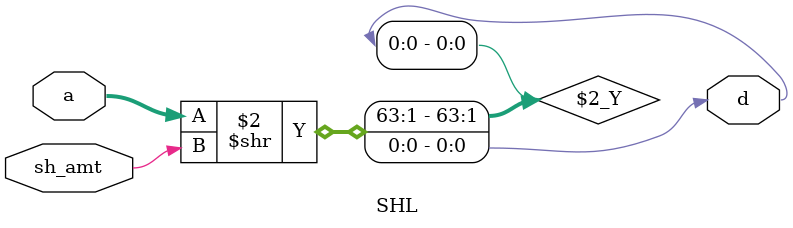
<source format=v>
`timescale 1ns / 1ps


module SHL(a, sh_amt, d);
    parameter DATAWIDTH = 63;
    input [DATAWIDTH:0] a;
    input sh_amt;
    output reg d;
    
    always @(sh_amt) begin
        d <= a >> sh_amt;
    end
    
endmodule

</source>
